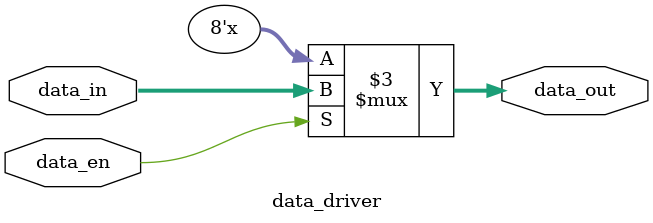
<source format=v>
module data_driver(input[7:0] data_in, input data_en, output reg [7:0] data_out); 

always@(*)begin
	if(data_en) begin
		data_out=data_in;
	end
	else begin
		data_out= 'bz;
	end
end


endmodule
</source>
